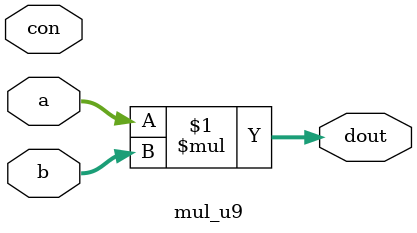
<source format=v>

module mul_u9 (
	a, b, dout, con
);
	input [8:0] a, b;
	output [17:0] dout;
	input con;

	// -> Èµ 9x9=18 rbgæZ
	assign dout = a * b;

endmodule

</source>
